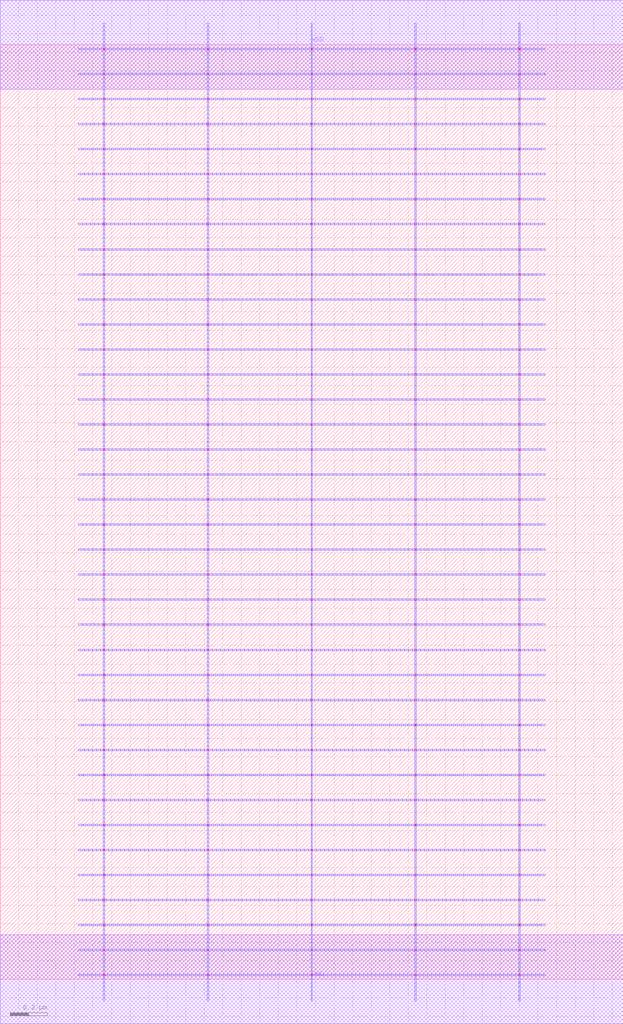
<source format=lef>
MACRO NOR2
 CLASS CORE ;
 FOREIGN NOR2 0 0 ;
 SIZE 3.36 BY 5.04 ;
 ORIGIN 0 0 ;
 SYMMETRY X Y R90 ;
 SITE unit ;
  PIN VDD
   DIRECTION INOUT ;
   USE POWER ;
   SHAPE ABUTMENT ;
    PORT
     CLASS CORE ;
       LAYER met1 ;
        RECT 0.00000000 4.80000000 3.36000000 5.28000000 ;
    END
  END VDD

  PIN GND
   DIRECTION INOUT ;
   USE POWER ;
   SHAPE ABUTMENT ;
    PORT
     CLASS CORE ;
       LAYER met1 ;
        RECT 0.00000000 -0.24000000 3.36000000 0.24000000 ;
    END
  END GND

 OBS
    LAYER polycont ;
     RECT 1.11600000 2.58300000 1.12400000 2.59100000 ;
     RECT 2.23600000 2.58300000 2.24400000 2.59100000 ;
     RECT 1.11600000 2.98800000 1.12400000 2.99600000 ;
     RECT 2.23600000 2.98800000 2.24400000 2.99600000 ;

    LAYER pdiffc ;
     RECT 0.55600000 3.39300000 0.56400000 3.40100000 ;
     RECT 1.67600000 3.39300000 1.68400000 3.40100000 ;
     RECT 2.79600000 3.39300000 2.80400000 3.40100000 ;
     RECT 0.55600000 3.52800000 0.56400000 3.53600000 ;
     RECT 1.67600000 3.52800000 1.68400000 3.53600000 ;
     RECT 2.79600000 3.52800000 2.80400000 3.53600000 ;
     RECT 0.55600000 3.66300000 0.56400000 3.67100000 ;
     RECT 1.67600000 3.66300000 1.68400000 3.67100000 ;
     RECT 2.79600000 3.66300000 2.80400000 3.67100000 ;
     RECT 0.55600000 3.79800000 0.56400000 3.80600000 ;
     RECT 1.67600000 3.79800000 1.68400000 3.80600000 ;
     RECT 2.79600000 3.79800000 2.80400000 3.80600000 ;
     RECT 0.55600000 3.93300000 0.56400000 3.94100000 ;
     RECT 1.67600000 3.93300000 1.68400000 3.94100000 ;
     RECT 2.79600000 3.93300000 2.80400000 3.94100000 ;
     RECT 0.55600000 4.06800000 0.56400000 4.07600000 ;
     RECT 1.67600000 4.06800000 1.68400000 4.07600000 ;
     RECT 2.79600000 4.06800000 2.80400000 4.07600000 ;
     RECT 0.55600000 4.20300000 0.56400000 4.21100000 ;
     RECT 1.67600000 4.20300000 1.68400000 4.21100000 ;
     RECT 2.79600000 4.20300000 2.80400000 4.21100000 ;
     RECT 0.55600000 4.33800000 0.56400000 4.34600000 ;
     RECT 1.67600000 4.33800000 1.68400000 4.34600000 ;
     RECT 2.79600000 4.33800000 2.80400000 4.34600000 ;
     RECT 0.55600000 4.47300000 0.56400000 4.48100000 ;
     RECT 1.67600000 4.47300000 1.68400000 4.48100000 ;
     RECT 2.79600000 4.47300000 2.80400000 4.48100000 ;
     RECT 0.55600000 4.60800000 0.56400000 4.61600000 ;
     RECT 1.67600000 4.60800000 1.68400000 4.61600000 ;
     RECT 2.79600000 4.60800000 2.80400000 4.61600000 ;

    LAYER ndiffc ;
     RECT 0.55600000 0.42300000 0.56400000 0.43100000 ;
     RECT 1.67600000 0.42300000 1.68400000 0.43100000 ;
     RECT 2.79600000 0.42300000 2.80400000 0.43100000 ;
     RECT 0.55600000 0.55800000 0.56400000 0.56600000 ;
     RECT 1.67600000 0.55800000 1.68400000 0.56600000 ;
     RECT 2.79600000 0.55800000 2.80400000 0.56600000 ;
     RECT 0.55600000 0.69300000 0.56400000 0.70100000 ;
     RECT 1.67600000 0.69300000 1.68400000 0.70100000 ;
     RECT 2.79600000 0.69300000 2.80400000 0.70100000 ;
     RECT 0.55600000 0.82800000 0.56400000 0.83600000 ;
     RECT 1.67600000 0.82800000 1.68400000 0.83600000 ;
     RECT 2.79600000 0.82800000 2.80400000 0.83600000 ;
     RECT 0.55600000 0.96300000 0.56400000 0.97100000 ;
     RECT 1.67600000 0.96300000 1.68400000 0.97100000 ;
     RECT 2.79600000 0.96300000 2.80400000 0.97100000 ;
     RECT 0.55600000 1.09800000 0.56400000 1.10600000 ;
     RECT 1.67600000 1.09800000 1.68400000 1.10600000 ;
     RECT 2.79600000 1.09800000 2.80400000 1.10600000 ;
     RECT 0.55600000 1.23300000 0.56400000 1.24100000 ;
     RECT 1.67600000 1.23300000 1.68400000 1.24100000 ;
     RECT 2.79600000 1.23300000 2.80400000 1.24100000 ;
     RECT 0.55600000 1.36800000 0.56400000 1.37600000 ;
     RECT 1.67600000 1.36800000 1.68400000 1.37600000 ;
     RECT 2.79600000 1.36800000 2.80400000 1.37600000 ;
     RECT 0.55600000 1.50300000 0.56400000 1.51100000 ;
     RECT 1.67600000 1.50300000 1.68400000 1.51100000 ;
     RECT 2.79600000 1.50300000 2.80400000 1.51100000 ;
     RECT 0.55600000 1.63800000 0.56400000 1.64600000 ;
     RECT 1.67600000 1.63800000 1.68400000 1.64600000 ;
     RECT 2.79600000 1.63800000 2.80400000 1.64600000 ;
     RECT 0.55600000 1.77300000 0.56400000 1.78100000 ;
     RECT 1.67600000 1.77300000 1.68400000 1.78100000 ;
     RECT 2.79600000 1.77300000 2.80400000 1.78100000 ;
     RECT 0.55600000 1.90800000 0.56400000 1.91600000 ;
     RECT 1.67600000 1.90800000 1.68400000 1.91600000 ;
     RECT 2.79600000 1.90800000 2.80400000 1.91600000 ;
     RECT 0.55600000 2.04300000 0.56400000 2.05100000 ;
     RECT 1.67600000 2.04300000 1.68400000 2.05100000 ;
     RECT 2.79600000 2.04300000 2.80400000 2.05100000 ;

    LAYER met1 ;
     RECT 0.00000000 -0.24000000 3.36000000 0.24000000 ;
     RECT 1.67600000 0.24000000 1.68400000 0.28800000 ;
     RECT 0.44500000 0.28800000 2.91500000 0.29600000 ;
     RECT 1.67600000 0.29600000 1.68400000 0.42300000 ;
     RECT 0.44500000 0.42300000 2.91500000 0.43100000 ;
     RECT 1.67600000 0.43100000 1.68400000 0.55800000 ;
     RECT 0.44500000 0.55800000 2.91500000 0.56600000 ;
     RECT 1.67600000 0.56600000 1.68400000 0.69300000 ;
     RECT 0.44500000 0.69300000 2.91500000 0.70100000 ;
     RECT 1.67600000 0.70100000 1.68400000 0.82800000 ;
     RECT 0.44500000 0.82800000 2.91500000 0.83600000 ;
     RECT 1.67600000 0.83600000 1.68400000 0.96300000 ;
     RECT 0.44500000 0.96300000 2.91500000 0.97100000 ;
     RECT 1.67600000 0.97100000 1.68400000 1.09800000 ;
     RECT 0.44500000 1.09800000 2.91500000 1.10600000 ;
     RECT 1.67600000 1.10600000 1.68400000 1.23300000 ;
     RECT 0.44500000 1.23300000 2.91500000 1.24100000 ;
     RECT 1.67600000 1.24100000 1.68400000 1.36800000 ;
     RECT 0.44500000 1.36800000 2.91500000 1.37600000 ;
     RECT 1.67600000 1.37600000 1.68400000 1.50300000 ;
     RECT 0.44500000 1.50300000 2.91500000 1.51100000 ;
     RECT 1.67600000 1.51100000 1.68400000 1.63800000 ;
     RECT 0.44500000 1.63800000 2.91500000 1.64600000 ;
     RECT 1.67600000 1.64600000 1.68400000 1.77300000 ;
     RECT 0.44500000 1.77300000 2.91500000 1.78100000 ;
     RECT 1.67600000 1.78100000 1.68400000 1.90800000 ;
     RECT 0.44500000 1.90800000 2.91500000 1.91600000 ;
     RECT 1.67600000 1.91600000 1.68400000 2.04300000 ;
     RECT 0.44500000 2.04300000 2.91500000 2.05100000 ;
     RECT 1.67600000 2.05100000 1.68400000 2.17800000 ;
     RECT 0.44500000 2.17800000 2.91500000 2.18600000 ;
     RECT 1.67600000 2.18600000 1.68400000 2.31300000 ;
     RECT 0.44500000 2.31300000 2.91500000 2.32100000 ;
     RECT 1.67600000 2.32100000 1.68400000 2.44800000 ;
     RECT 0.44500000 2.44800000 2.91500000 2.45600000 ;
     RECT 0.55600000 2.45600000 0.56400000 2.58300000 ;
     RECT 1.11600000 2.45600000 1.12400000 2.58300000 ;
     RECT 1.67600000 2.45600000 1.68400000 2.58300000 ;
     RECT 2.23600000 2.45600000 2.24400000 2.58300000 ;
     RECT 2.79600000 2.45600000 2.80400000 2.58300000 ;
     RECT 0.44500000 2.58300000 2.91500000 2.59100000 ;
     RECT 1.67600000 2.59100000 1.68400000 2.71800000 ;
     RECT 0.44500000 2.71800000 2.91500000 2.72600000 ;
     RECT 1.67600000 2.72600000 1.68400000 2.85300000 ;
     RECT 0.44500000 2.85300000 2.91500000 2.86100000 ;
     RECT 1.67600000 2.86100000 1.68400000 2.98800000 ;
     RECT 0.44500000 2.98800000 2.91500000 2.99600000 ;
     RECT 1.67600000 2.99600000 1.68400000 3.12300000 ;
     RECT 0.44500000 3.12300000 2.91500000 3.13100000 ;
     RECT 1.67600000 3.13100000 1.68400000 3.25800000 ;
     RECT 0.44500000 3.25800000 2.91500000 3.26600000 ;
     RECT 1.67600000 3.26600000 1.68400000 3.39300000 ;
     RECT 0.44500000 3.39300000 2.91500000 3.40100000 ;
     RECT 1.67600000 3.40100000 1.68400000 3.52800000 ;
     RECT 0.44500000 3.52800000 2.91500000 3.53600000 ;
     RECT 1.67600000 3.53600000 1.68400000 3.66300000 ;
     RECT 0.44500000 3.66300000 2.91500000 3.67100000 ;
     RECT 1.67600000 3.67100000 1.68400000 3.79800000 ;
     RECT 0.44500000 3.79800000 2.91500000 3.80600000 ;
     RECT 1.67600000 3.80600000 1.68400000 3.93300000 ;
     RECT 0.44500000 3.93300000 2.91500000 3.94100000 ;
     RECT 1.67600000 3.94100000 1.68400000 4.06800000 ;
     RECT 0.44500000 4.06800000 2.91500000 4.07600000 ;
     RECT 1.67600000 4.07600000 1.68400000 4.20300000 ;
     RECT 0.44500000 4.20300000 2.91500000 4.21100000 ;
     RECT 1.67600000 4.21100000 1.68400000 4.33800000 ;
     RECT 0.44500000 4.33800000 2.91500000 4.34600000 ;
     RECT 1.67600000 4.34600000 1.68400000 4.47300000 ;
     RECT 0.44500000 4.47300000 2.91500000 4.48100000 ;
     RECT 1.67600000 4.48100000 1.68400000 4.60800000 ;
     RECT 0.44500000 4.60800000 2.91500000 4.61600000 ;
     RECT 1.67600000 4.61600000 1.68400000 4.74300000 ;
     RECT 0.44500000 4.74300000 2.91500000 4.75100000 ;
     RECT 1.67600000 4.75100000 1.68400000 4.80000000 ;
     RECT 0.00000000 4.80000000 3.36000000 5.28000000 ;
     RECT 2.79600000 3.67100000 2.80400000 3.79800000 ;
     RECT 2.23600000 3.13100000 2.24400000 3.25800000 ;
     RECT 2.79600000 3.13100000 2.80400000 3.25800000 ;
     RECT 2.23600000 3.80600000 2.24400000 3.93300000 ;
     RECT 2.79600000 3.80600000 2.80400000 3.93300000 ;
     RECT 2.23600000 2.86100000 2.24400000 2.98800000 ;
     RECT 2.79600000 2.86100000 2.80400000 2.98800000 ;
     RECT 2.23600000 3.94100000 2.24400000 4.06800000 ;
     RECT 2.79600000 3.94100000 2.80400000 4.06800000 ;
     RECT 2.23600000 3.26600000 2.24400000 3.39300000 ;
     RECT 2.79600000 3.26600000 2.80400000 3.39300000 ;
     RECT 2.23600000 4.07600000 2.24400000 4.20300000 ;
     RECT 2.79600000 4.07600000 2.80400000 4.20300000 ;
     RECT 2.23600000 2.72600000 2.24400000 2.85300000 ;
     RECT 2.79600000 2.72600000 2.80400000 2.85300000 ;
     RECT 2.23600000 4.21100000 2.24400000 4.33800000 ;
     RECT 2.79600000 4.21100000 2.80400000 4.33800000 ;
     RECT 2.23600000 3.40100000 2.24400000 3.52800000 ;
     RECT 2.79600000 3.40100000 2.80400000 3.52800000 ;
     RECT 2.23600000 4.34600000 2.24400000 4.47300000 ;
     RECT 2.79600000 4.34600000 2.80400000 4.47300000 ;
     RECT 2.23600000 2.99600000 2.24400000 3.12300000 ;
     RECT 2.79600000 2.99600000 2.80400000 3.12300000 ;
     RECT 2.23600000 4.48100000 2.24400000 4.60800000 ;
     RECT 2.79600000 4.48100000 2.80400000 4.60800000 ;
     RECT 2.23600000 3.53600000 2.24400000 3.66300000 ;
     RECT 2.79600000 3.53600000 2.80400000 3.66300000 ;
     RECT 2.23600000 4.61600000 2.24400000 4.74300000 ;
     RECT 2.79600000 4.61600000 2.80400000 4.74300000 ;
     RECT 2.23600000 2.59100000 2.24400000 2.71800000 ;
     RECT 2.79600000 2.59100000 2.80400000 2.71800000 ;
     RECT 2.23600000 4.75100000 2.24400000 4.80000000 ;
     RECT 2.79600000 4.75100000 2.80400000 4.80000000 ;
     RECT 2.23600000 3.67100000 2.24400000 3.79800000 ;
     RECT 0.55600000 2.99600000 0.56400000 3.12300000 ;
     RECT 1.11600000 2.99600000 1.12400000 3.12300000 ;
     RECT 0.55600000 3.26600000 0.56400000 3.39300000 ;
     RECT 1.11600000 3.26600000 1.12400000 3.39300000 ;
     RECT 0.55600000 4.21100000 0.56400000 4.33800000 ;
     RECT 1.11600000 4.21100000 1.12400000 4.33800000 ;
     RECT 0.55600000 3.67100000 0.56400000 3.79800000 ;
     RECT 1.11600000 3.67100000 1.12400000 3.79800000 ;
     RECT 0.55600000 2.86100000 0.56400000 2.98800000 ;
     RECT 1.11600000 2.86100000 1.12400000 2.98800000 ;
     RECT 0.55600000 4.34600000 0.56400000 4.47300000 ;
     RECT 1.11600000 4.34600000 1.12400000 4.47300000 ;
     RECT 0.55600000 2.59100000 0.56400000 2.71800000 ;
     RECT 1.11600000 2.59100000 1.12400000 2.71800000 ;
     RECT 0.55600000 3.80600000 0.56400000 3.93300000 ;
     RECT 1.11600000 3.80600000 1.12400000 3.93300000 ;
     RECT 0.55600000 4.48100000 0.56400000 4.60800000 ;
     RECT 1.11600000 4.48100000 1.12400000 4.60800000 ;
     RECT 0.55600000 3.40100000 0.56400000 3.52800000 ;
     RECT 1.11600000 3.40100000 1.12400000 3.52800000 ;
     RECT 0.55600000 3.13100000 0.56400000 3.25800000 ;
     RECT 1.11600000 3.13100000 1.12400000 3.25800000 ;
     RECT 0.55600000 4.61600000 0.56400000 4.74300000 ;
     RECT 1.11600000 4.61600000 1.12400000 4.74300000 ;
     RECT 0.55600000 3.94100000 0.56400000 4.06800000 ;
     RECT 1.11600000 3.94100000 1.12400000 4.06800000 ;
     RECT 0.55600000 2.72600000 0.56400000 2.85300000 ;
     RECT 1.11600000 2.72600000 1.12400000 2.85300000 ;
     RECT 0.55600000 4.75100000 0.56400000 4.80000000 ;
     RECT 1.11600000 4.75100000 1.12400000 4.80000000 ;
     RECT 0.55600000 3.53600000 0.56400000 3.66300000 ;
     RECT 1.11600000 3.53600000 1.12400000 3.66300000 ;
     RECT 0.55600000 4.07600000 0.56400000 4.20300000 ;
     RECT 1.11600000 4.07600000 1.12400000 4.20300000 ;
     RECT 0.55600000 1.51100000 0.56400000 1.63800000 ;
     RECT 1.11600000 1.51100000 1.12400000 1.63800000 ;
     RECT 0.55600000 0.83600000 0.56400000 0.96300000 ;
     RECT 1.11600000 0.83600000 1.12400000 0.96300000 ;
     RECT 0.55600000 1.64600000 0.56400000 1.77300000 ;
     RECT 1.11600000 1.64600000 1.12400000 1.77300000 ;
     RECT 0.55600000 0.29600000 0.56400000 0.42300000 ;
     RECT 1.11600000 0.29600000 1.12400000 0.42300000 ;
     RECT 0.55600000 1.78100000 0.56400000 1.90800000 ;
     RECT 1.11600000 1.78100000 1.12400000 1.90800000 ;
     RECT 0.55600000 0.97100000 0.56400000 1.09800000 ;
     RECT 1.11600000 0.97100000 1.12400000 1.09800000 ;
     RECT 0.55600000 1.91600000 0.56400000 2.04300000 ;
     RECT 1.11600000 1.91600000 1.12400000 2.04300000 ;
     RECT 0.55600000 0.56600000 0.56400000 0.69300000 ;
     RECT 1.11600000 0.56600000 1.12400000 0.69300000 ;
     RECT 0.55600000 2.05100000 0.56400000 2.17800000 ;
     RECT 1.11600000 2.05100000 1.12400000 2.17800000 ;
     RECT 0.55600000 1.10600000 0.56400000 1.23300000 ;
     RECT 1.11600000 1.10600000 1.12400000 1.23300000 ;
     RECT 0.55600000 2.18600000 0.56400000 2.31300000 ;
     RECT 1.11600000 2.18600000 1.12400000 2.31300000 ;
     RECT 0.55600000 0.24000000 0.56400000 0.28800000 ;
     RECT 1.11600000 0.24000000 1.12400000 0.28800000 ;
     RECT 0.55600000 2.32100000 0.56400000 2.44800000 ;
     RECT 1.11600000 2.32100000 1.12400000 2.44800000 ;
     RECT 0.55600000 1.24100000 0.56400000 1.36800000 ;
     RECT 1.11600000 1.24100000 1.12400000 1.36800000 ;
     RECT 0.55600000 0.70100000 0.56400000 0.82800000 ;
     RECT 1.11600000 0.70100000 1.12400000 0.82800000 ;
     RECT 0.55600000 1.37600000 0.56400000 1.50300000 ;
     RECT 1.11600000 1.37600000 1.12400000 1.50300000 ;
     RECT 0.55600000 0.43100000 0.56400000 0.55800000 ;
     RECT 1.11600000 0.43100000 1.12400000 0.55800000 ;
     RECT 2.79600000 0.83600000 2.80400000 0.96300000 ;
     RECT 2.23600000 1.78100000 2.24400000 1.90800000 ;
     RECT 2.79600000 1.78100000 2.80400000 1.90800000 ;
     RECT 2.23600000 1.24100000 2.24400000 1.36800000 ;
     RECT 2.79600000 1.24100000 2.80400000 1.36800000 ;
     RECT 2.23600000 0.43100000 2.24400000 0.55800000 ;
     RECT 2.79600000 0.43100000 2.80400000 0.55800000 ;
     RECT 2.23600000 1.91600000 2.24400000 2.04300000 ;
     RECT 2.79600000 1.91600000 2.80400000 2.04300000 ;
     RECT 2.23600000 0.24000000 2.24400000 0.28800000 ;
     RECT 2.79600000 0.24000000 2.80400000 0.28800000 ;
     RECT 2.23600000 1.37600000 2.24400000 1.50300000 ;
     RECT 2.79600000 1.37600000 2.80400000 1.50300000 ;
     RECT 2.23600000 2.05100000 2.24400000 2.17800000 ;
     RECT 2.79600000 2.05100000 2.80400000 2.17800000 ;
     RECT 2.23600000 0.97100000 2.24400000 1.09800000 ;
     RECT 2.79600000 0.97100000 2.80400000 1.09800000 ;
     RECT 2.23600000 0.70100000 2.24400000 0.82800000 ;
     RECT 2.79600000 0.70100000 2.80400000 0.82800000 ;
     RECT 2.23600000 2.18600000 2.24400000 2.31300000 ;
     RECT 2.79600000 2.18600000 2.80400000 2.31300000 ;
     RECT 2.23600000 1.51100000 2.24400000 1.63800000 ;
     RECT 2.79600000 1.51100000 2.80400000 1.63800000 ;
     RECT 2.23600000 0.29600000 2.24400000 0.42300000 ;
     RECT 2.79600000 0.29600000 2.80400000 0.42300000 ;
     RECT 2.23600000 2.32100000 2.24400000 2.44800000 ;
     RECT 2.79600000 2.32100000 2.80400000 2.44800000 ;
     RECT 2.23600000 1.10600000 2.24400000 1.23300000 ;
     RECT 2.79600000 1.10600000 2.80400000 1.23300000 ;
     RECT 2.23600000 1.64600000 2.24400000 1.77300000 ;
     RECT 2.79600000 1.64600000 2.80400000 1.77300000 ;
     RECT 2.23600000 0.56600000 2.24400000 0.69300000 ;
     RECT 2.79600000 0.56600000 2.80400000 0.69300000 ;
     RECT 2.23600000 0.83600000 2.24400000 0.96300000 ;

    LAYER via1 ;
     RECT 1.67600000 0.01800000 1.68400000 0.02600000 ;
     RECT 1.67600000 0.15300000 1.68400000 0.16100000 ;
     RECT 1.67600000 0.28800000 1.68400000 0.29600000 ;
     RECT 1.67600000 0.42300000 1.68400000 0.43100000 ;
     RECT 1.67600000 0.55800000 1.68400000 0.56600000 ;
     RECT 1.67600000 0.69300000 1.68400000 0.70100000 ;
     RECT 1.67600000 0.82800000 1.68400000 0.83600000 ;
     RECT 1.67600000 0.96300000 1.68400000 0.97100000 ;
     RECT 1.67600000 1.09800000 1.68400000 1.10600000 ;
     RECT 1.67600000 1.23300000 1.68400000 1.24100000 ;
     RECT 1.67600000 1.36800000 1.68400000 1.37600000 ;
     RECT 1.67600000 1.50300000 1.68400000 1.51100000 ;
     RECT 1.67600000 1.63800000 1.68400000 1.64600000 ;
     RECT 1.67600000 1.77300000 1.68400000 1.78100000 ;
     RECT 1.67600000 1.90800000 1.68400000 1.91600000 ;
     RECT 1.67600000 2.04300000 1.68400000 2.05100000 ;
     RECT 1.67600000 2.17800000 1.68400000 2.18600000 ;
     RECT 1.67600000 2.31300000 1.68400000 2.32100000 ;
     RECT 1.67600000 2.44800000 1.68400000 2.45600000 ;
     RECT 1.67600000 2.58300000 1.68400000 2.59100000 ;
     RECT 1.67600000 2.71800000 1.68400000 2.72600000 ;
     RECT 1.67600000 2.85300000 1.68400000 2.86100000 ;
     RECT 1.67600000 2.98800000 1.68400000 2.99600000 ;
     RECT 1.67600000 3.12300000 1.68400000 3.13100000 ;
     RECT 1.67600000 3.25800000 1.68400000 3.26600000 ;
     RECT 1.67600000 3.39300000 1.68400000 3.40100000 ;
     RECT 1.67600000 3.52800000 1.68400000 3.53600000 ;
     RECT 1.67600000 3.66300000 1.68400000 3.67100000 ;
     RECT 1.67600000 3.79800000 1.68400000 3.80600000 ;
     RECT 1.67600000 3.93300000 1.68400000 3.94100000 ;
     RECT 1.67600000 4.06800000 1.68400000 4.07600000 ;
     RECT 1.67600000 4.20300000 1.68400000 4.21100000 ;
     RECT 1.67600000 4.33800000 1.68400000 4.34600000 ;
     RECT 1.67600000 4.47300000 1.68400000 4.48100000 ;
     RECT 1.67600000 4.60800000 1.68400000 4.61600000 ;
     RECT 1.67600000 4.74300000 1.68400000 4.75100000 ;
     RECT 1.67600000 4.87800000 1.68400000 4.88600000 ;
     RECT 1.67600000 5.01300000 1.68400000 5.02100000 ;
     RECT 2.23600000 3.39300000 2.24400000 3.40100000 ;
     RECT 2.79600000 3.39300000 2.80400000 3.40100000 ;
     RECT 2.23600000 2.85300000 2.24400000 2.86100000 ;
     RECT 2.23600000 3.52800000 2.24400000 3.53600000 ;
     RECT 2.79600000 3.52800000 2.80400000 3.53600000 ;
     RECT 2.79600000 2.85300000 2.80400000 2.86100000 ;
     RECT 2.23600000 3.66300000 2.24400000 3.67100000 ;
     RECT 2.79600000 3.66300000 2.80400000 3.67100000 ;
     RECT 2.23600000 2.58300000 2.24400000 2.59100000 ;
     RECT 2.23600000 3.79800000 2.24400000 3.80600000 ;
     RECT 2.79600000 3.79800000 2.80400000 3.80600000 ;
     RECT 2.23600000 2.98800000 2.24400000 2.99600000 ;
     RECT 2.23600000 3.93300000 2.24400000 3.94100000 ;
     RECT 2.79600000 3.93300000 2.80400000 3.94100000 ;
     RECT 2.79600000 2.98800000 2.80400000 2.99600000 ;
     RECT 2.23600000 4.06800000 2.24400000 4.07600000 ;
     RECT 2.79600000 4.06800000 2.80400000 4.07600000 ;
     RECT 2.23600000 2.71800000 2.24400000 2.72600000 ;
     RECT 2.23600000 4.20300000 2.24400000 4.21100000 ;
     RECT 2.79600000 4.20300000 2.80400000 4.21100000 ;
     RECT 2.23600000 3.12300000 2.24400000 3.13100000 ;
     RECT 2.23600000 4.33800000 2.24400000 4.34600000 ;
     RECT 2.79600000 4.33800000 2.80400000 4.34600000 ;
     RECT 2.79600000 3.12300000 2.80400000 3.13100000 ;
     RECT 2.23600000 4.47300000 2.24400000 4.48100000 ;
     RECT 2.79600000 4.47300000 2.80400000 4.48100000 ;
     RECT 2.79600000 2.71800000 2.80400000 2.72600000 ;
     RECT 2.23600000 4.60800000 2.24400000 4.61600000 ;
     RECT 2.79600000 4.60800000 2.80400000 4.61600000 ;
     RECT 2.23600000 3.25800000 2.24400000 3.26600000 ;
     RECT 2.23600000 4.74300000 2.24400000 4.75100000 ;
     RECT 2.79600000 4.74300000 2.80400000 4.75100000 ;
     RECT 2.79600000 3.25800000 2.80400000 3.26600000 ;
     RECT 2.23600000 4.87800000 2.24400000 4.88600000 ;
     RECT 2.79600000 4.87800000 2.80400000 4.88600000 ;
     RECT 2.79600000 2.58300000 2.80400000 2.59100000 ;
     RECT 2.23600000 5.01300000 2.24400000 5.02100000 ;
     RECT 2.79600000 5.01300000 2.80400000 5.02100000 ;
     RECT 1.11600000 2.85300000 1.12400000 2.86100000 ;
     RECT 0.55600000 3.12300000 0.56400000 3.13100000 ;
     RECT 0.55600000 3.52800000 0.56400000 3.53600000 ;
     RECT 0.55600000 4.20300000 0.56400000 4.21100000 ;
     RECT 1.11600000 4.20300000 1.12400000 4.21100000 ;
     RECT 1.11600000 3.52800000 1.12400000 3.53600000 ;
     RECT 1.11600000 3.12300000 1.12400000 3.13100000 ;
     RECT 1.11600000 2.71800000 1.12400000 2.72600000 ;
     RECT 0.55600000 4.33800000 0.56400000 4.34600000 ;
     RECT 1.11600000 4.33800000 1.12400000 4.34600000 ;
     RECT 1.11600000 2.58300000 1.12400000 2.59100000 ;
     RECT 0.55600000 3.66300000 0.56400000 3.67100000 ;
     RECT 1.11600000 3.66300000 1.12400000 3.67100000 ;
     RECT 0.55600000 4.47300000 0.56400000 4.48100000 ;
     RECT 1.11600000 4.47300000 1.12400000 4.48100000 ;
     RECT 0.55600000 2.58300000 0.56400000 2.59100000 ;
     RECT 0.55600000 3.25800000 0.56400000 3.26600000 ;
     RECT 1.11600000 3.25800000 1.12400000 3.26600000 ;
     RECT 0.55600000 4.60800000 0.56400000 4.61600000 ;
     RECT 1.11600000 4.60800000 1.12400000 4.61600000 ;
     RECT 0.55600000 3.79800000 0.56400000 3.80600000 ;
     RECT 1.11600000 3.79800000 1.12400000 3.80600000 ;
     RECT 0.55600000 2.98800000 0.56400000 2.99600000 ;
     RECT 0.55600000 4.74300000 0.56400000 4.75100000 ;
     RECT 1.11600000 4.74300000 1.12400000 4.75100000 ;
     RECT 1.11600000 2.98800000 1.12400000 2.99600000 ;
     RECT 0.55600000 2.71800000 0.56400000 2.72600000 ;
     RECT 0.55600000 3.93300000 0.56400000 3.94100000 ;
     RECT 0.55600000 4.87800000 0.56400000 4.88600000 ;
     RECT 1.11600000 4.87800000 1.12400000 4.88600000 ;
     RECT 1.11600000 3.93300000 1.12400000 3.94100000 ;
     RECT 0.55600000 3.39300000 0.56400000 3.40100000 ;
     RECT 1.11600000 3.39300000 1.12400000 3.40100000 ;
     RECT 0.55600000 5.01300000 0.56400000 5.02100000 ;
     RECT 1.11600000 5.01300000 1.12400000 5.02100000 ;
     RECT 0.55600000 2.85300000 0.56400000 2.86100000 ;
     RECT 0.55600000 4.06800000 0.56400000 4.07600000 ;
     RECT 1.11600000 4.06800000 1.12400000 4.07600000 ;
     RECT 0.55600000 0.55800000 0.56400000 0.56600000 ;
     RECT 0.55600000 1.77300000 0.56400000 1.78100000 ;
     RECT 1.11600000 1.77300000 1.12400000 1.78100000 ;
     RECT 1.11600000 0.55800000 1.12400000 0.56600000 ;
     RECT 0.55600000 1.90800000 0.56400000 1.91600000 ;
     RECT 1.11600000 1.90800000 1.12400000 1.91600000 ;
     RECT 1.11600000 0.15300000 1.12400000 0.16100000 ;
     RECT 0.55600000 2.04300000 0.56400000 2.05100000 ;
     RECT 1.11600000 2.04300000 1.12400000 2.05100000 ;
     RECT 0.55600000 0.69300000 0.56400000 0.70100000 ;
     RECT 0.55600000 2.17800000 0.56400000 2.18600000 ;
     RECT 1.11600000 2.17800000 1.12400000 2.18600000 ;
     RECT 1.11600000 0.69300000 1.12400000 0.70100000 ;
     RECT 0.55600000 2.31300000 0.56400000 2.32100000 ;
     RECT 1.11600000 2.31300000 1.12400000 2.32100000 ;
     RECT 1.11600000 0.01800000 1.12400000 0.02600000 ;
     RECT 0.55600000 2.44800000 0.56400000 2.45600000 ;
     RECT 1.11600000 2.44800000 1.12400000 2.45600000 ;
     RECT 0.55600000 0.82800000 0.56400000 0.83600000 ;
     RECT 1.11600000 0.82800000 1.12400000 0.83600000 ;
     RECT 0.55600000 0.28800000 0.56400000 0.29600000 ;
     RECT 0.55600000 0.96300000 0.56400000 0.97100000 ;
     RECT 1.11600000 0.96300000 1.12400000 0.97100000 ;
     RECT 1.11600000 0.28800000 1.12400000 0.29600000 ;
     RECT 0.55600000 1.09800000 0.56400000 1.10600000 ;
     RECT 1.11600000 1.09800000 1.12400000 1.10600000 ;
     RECT 0.55600000 0.01800000 0.56400000 0.02600000 ;
     RECT 0.55600000 1.23300000 0.56400000 1.24100000 ;
     RECT 1.11600000 1.23300000 1.12400000 1.24100000 ;
     RECT 0.55600000 0.42300000 0.56400000 0.43100000 ;
     RECT 0.55600000 1.36800000 0.56400000 1.37600000 ;
     RECT 1.11600000 1.36800000 1.12400000 1.37600000 ;
     RECT 1.11600000 0.42300000 1.12400000 0.43100000 ;
     RECT 0.55600000 1.50300000 0.56400000 1.51100000 ;
     RECT 1.11600000 1.50300000 1.12400000 1.51100000 ;
     RECT 0.55600000 0.15300000 0.56400000 0.16100000 ;
     RECT 0.55600000 1.63800000 0.56400000 1.64600000 ;
     RECT 1.11600000 1.63800000 1.12400000 1.64600000 ;
     RECT 2.23600000 0.69300000 2.24400000 0.70100000 ;
     RECT 2.79600000 0.69300000 2.80400000 0.70100000 ;
     RECT 2.23600000 2.04300000 2.24400000 2.05100000 ;
     RECT 2.79600000 2.04300000 2.80400000 2.05100000 ;
     RECT 2.23600000 1.23300000 2.24400000 1.24100000 ;
     RECT 2.79600000 1.23300000 2.80400000 1.24100000 ;
     RECT 2.23600000 0.42300000 2.24400000 0.43100000 ;
     RECT 2.23600000 2.17800000 2.24400000 2.18600000 ;
     RECT 2.79600000 2.17800000 2.80400000 2.18600000 ;
     RECT 2.79600000 0.42300000 2.80400000 0.43100000 ;
     RECT 2.23600000 0.15300000 2.24400000 0.16100000 ;
     RECT 2.23600000 1.36800000 2.24400000 1.37600000 ;
     RECT 2.23600000 2.31300000 2.24400000 2.32100000 ;
     RECT 2.79600000 2.31300000 2.80400000 2.32100000 ;
     RECT 2.79600000 1.36800000 2.80400000 1.37600000 ;
     RECT 2.23600000 0.82800000 2.24400000 0.83600000 ;
     RECT 2.79600000 0.82800000 2.80400000 0.83600000 ;
     RECT 2.23600000 2.44800000 2.24400000 2.45600000 ;
     RECT 2.79600000 2.44800000 2.80400000 2.45600000 ;
     RECT 2.23600000 0.28800000 2.24400000 0.29600000 ;
     RECT 2.23600000 1.50300000 2.24400000 1.51100000 ;
     RECT 2.79600000 1.50300000 2.80400000 1.51100000 ;
     RECT 2.79600000 0.28800000 2.80400000 0.29600000 ;
     RECT 2.23600000 0.55800000 2.24400000 0.56600000 ;
     RECT 2.23600000 0.96300000 2.24400000 0.97100000 ;
     RECT 2.23600000 1.63800000 2.24400000 1.64600000 ;
     RECT 2.79600000 1.63800000 2.80400000 1.64600000 ;
     RECT 2.79600000 0.96300000 2.80400000 0.97100000 ;
     RECT 2.79600000 0.55800000 2.80400000 0.56600000 ;
     RECT 2.79600000 0.15300000 2.80400000 0.16100000 ;
     RECT 2.23600000 1.77300000 2.24400000 1.78100000 ;
     RECT 2.79600000 1.77300000 2.80400000 1.78100000 ;
     RECT 2.79600000 0.01800000 2.80400000 0.02600000 ;
     RECT 2.23600000 1.09800000 2.24400000 1.10600000 ;
     RECT 2.79600000 1.09800000 2.80400000 1.10600000 ;
     RECT 2.23600000 1.90800000 2.24400000 1.91600000 ;
     RECT 2.79600000 1.90800000 2.80400000 1.91600000 ;
     RECT 2.23600000 0.01800000 2.24400000 0.02600000 ;

    LAYER met2 ;
     RECT 1.67600000 -0.11800000 1.68400000 0.01800000 ;
     RECT 0.42000000 0.01800000 2.94000000 0.02600000 ;
     RECT 1.67600000 0.02600000 1.68400000 0.15300000 ;
     RECT 0.42000000 0.15300000 2.94000000 0.16100000 ;
     RECT 1.67600000 0.16100000 1.68400000 0.28800000 ;
     RECT 0.42000000 0.28800000 2.94000000 0.29600000 ;
     RECT 1.67600000 0.29600000 1.68400000 0.42300000 ;
     RECT 0.42000000 0.42300000 2.94000000 0.43100000 ;
     RECT 1.67600000 0.43100000 1.68400000 0.55800000 ;
     RECT 0.42000000 0.55800000 2.94000000 0.56600000 ;
     RECT 1.67600000 0.56600000 1.68400000 0.69300000 ;
     RECT 0.42000000 0.69300000 2.94000000 0.70100000 ;
     RECT 1.67600000 0.70100000 1.68400000 0.82800000 ;
     RECT 0.42000000 0.82800000 2.94000000 0.83600000 ;
     RECT 1.67600000 0.83600000 1.68400000 0.96300000 ;
     RECT 0.42000000 0.96300000 2.94000000 0.97100000 ;
     RECT 1.67600000 0.97100000 1.68400000 1.09800000 ;
     RECT 0.42000000 1.09800000 2.94000000 1.10600000 ;
     RECT 1.67600000 1.10600000 1.68400000 1.23300000 ;
     RECT 0.42000000 1.23300000 2.94000000 1.24100000 ;
     RECT 1.67600000 1.24100000 1.68400000 1.36800000 ;
     RECT 0.42000000 1.36800000 2.94000000 1.37600000 ;
     RECT 1.67600000 1.37600000 1.68400000 1.50300000 ;
     RECT 0.42000000 1.50300000 2.94000000 1.51100000 ;
     RECT 1.67600000 1.51100000 1.68400000 1.63800000 ;
     RECT 0.42000000 1.63800000 2.94000000 1.64600000 ;
     RECT 1.67600000 1.64600000 1.68400000 1.77300000 ;
     RECT 0.42000000 1.77300000 2.94000000 1.78100000 ;
     RECT 1.67600000 1.78100000 1.68400000 1.90800000 ;
     RECT 0.42000000 1.90800000 2.94000000 1.91600000 ;
     RECT 1.67600000 1.91600000 1.68400000 2.04300000 ;
     RECT 0.42000000 2.04300000 2.94000000 2.05100000 ;
     RECT 1.67600000 2.05100000 1.68400000 2.17800000 ;
     RECT 0.42000000 2.17800000 2.94000000 2.18600000 ;
     RECT 1.67600000 2.18600000 1.68400000 2.31300000 ;
     RECT 0.42000000 2.31300000 2.94000000 2.32100000 ;
     RECT 1.67600000 2.32100000 1.68400000 2.44800000 ;
     RECT 0.42000000 2.44800000 2.94000000 2.45600000 ;
     RECT 0.55600000 2.45600000 0.56400000 2.58300000 ;
     RECT 1.11600000 2.45600000 1.12400000 2.58300000 ;
     RECT 1.67600000 2.45600000 1.68400000 2.58300000 ;
     RECT 2.23600000 2.45600000 2.24400000 2.58300000 ;
     RECT 2.79600000 2.45600000 2.80400000 2.58300000 ;
     RECT 0.42000000 2.58300000 2.94000000 2.59100000 ;
     RECT 1.67600000 2.59100000 1.68400000 2.71800000 ;
     RECT 0.42000000 2.71800000 2.94000000 2.72600000 ;
     RECT 1.67600000 2.72600000 1.68400000 2.85300000 ;
     RECT 0.42000000 2.85300000 2.94000000 2.86100000 ;
     RECT 1.67600000 2.86100000 1.68400000 2.98800000 ;
     RECT 0.42000000 2.98800000 2.94000000 2.99600000 ;
     RECT 1.67600000 2.99600000 1.68400000 3.12300000 ;
     RECT 0.42000000 3.12300000 2.94000000 3.13100000 ;
     RECT 1.67600000 3.13100000 1.68400000 3.25800000 ;
     RECT 0.42000000 3.25800000 2.94000000 3.26600000 ;
     RECT 1.67600000 3.26600000 1.68400000 3.39300000 ;
     RECT 0.42000000 3.39300000 2.94000000 3.40100000 ;
     RECT 1.67600000 3.40100000 1.68400000 3.52800000 ;
     RECT 0.42000000 3.52800000 2.94000000 3.53600000 ;
     RECT 1.67600000 3.53600000 1.68400000 3.66300000 ;
     RECT 0.42000000 3.66300000 2.94000000 3.67100000 ;
     RECT 1.67600000 3.67100000 1.68400000 3.79800000 ;
     RECT 0.42000000 3.79800000 2.94000000 3.80600000 ;
     RECT 1.67600000 3.80600000 1.68400000 3.93300000 ;
     RECT 0.42000000 3.93300000 2.94000000 3.94100000 ;
     RECT 1.67600000 3.94100000 1.68400000 4.06800000 ;
     RECT 0.42000000 4.06800000 2.94000000 4.07600000 ;
     RECT 1.67600000 4.07600000 1.68400000 4.20300000 ;
     RECT 0.42000000 4.20300000 2.94000000 4.21100000 ;
     RECT 1.67600000 4.21100000 1.68400000 4.33800000 ;
     RECT 0.42000000 4.33800000 2.94000000 4.34600000 ;
     RECT 1.67600000 4.34600000 1.68400000 4.47300000 ;
     RECT 0.42000000 4.47300000 2.94000000 4.48100000 ;
     RECT 1.67600000 4.48100000 1.68400000 4.60800000 ;
     RECT 0.42000000 4.60800000 2.94000000 4.61600000 ;
     RECT 1.67600000 4.61600000 1.68400000 4.74300000 ;
     RECT 0.42000000 4.74300000 2.94000000 4.75100000 ;
     RECT 1.67600000 4.75100000 1.68400000 4.87800000 ;
     RECT 0.42000000 4.87800000 2.94000000 4.88600000 ;
     RECT 1.67600000 4.88600000 1.68400000 5.01300000 ;
     RECT 0.42000000 5.01300000 2.94000000 5.02100000 ;
     RECT 1.67600000 5.02100000 1.68400000 5.15700000 ;
     RECT 2.23600000 3.80600000 2.24400000 3.93300000 ;
     RECT 2.79600000 3.80600000 2.80400000 3.93300000 ;
     RECT 2.23600000 2.86100000 2.24400000 2.98800000 ;
     RECT 2.79600000 2.86100000 2.80400000 2.98800000 ;
     RECT 2.23600000 3.94100000 2.24400000 4.06800000 ;
     RECT 2.79600000 3.94100000 2.80400000 4.06800000 ;
     RECT 2.23600000 3.26600000 2.24400000 3.39300000 ;
     RECT 2.79600000 3.26600000 2.80400000 3.39300000 ;
     RECT 2.23600000 4.07600000 2.24400000 4.20300000 ;
     RECT 2.79600000 4.07600000 2.80400000 4.20300000 ;
     RECT 2.23600000 2.72600000 2.24400000 2.85300000 ;
     RECT 2.79600000 2.72600000 2.80400000 2.85300000 ;
     RECT 2.23600000 4.21100000 2.24400000 4.33800000 ;
     RECT 2.79600000 4.21100000 2.80400000 4.33800000 ;
     RECT 2.23600000 3.40100000 2.24400000 3.52800000 ;
     RECT 2.79600000 3.40100000 2.80400000 3.52800000 ;
     RECT 2.23600000 4.34600000 2.24400000 4.47300000 ;
     RECT 2.79600000 4.34600000 2.80400000 4.47300000 ;
     RECT 2.23600000 2.99600000 2.24400000 3.12300000 ;
     RECT 2.79600000 2.99600000 2.80400000 3.12300000 ;
     RECT 2.23600000 4.48100000 2.24400000 4.60800000 ;
     RECT 2.79600000 4.48100000 2.80400000 4.60800000 ;
     RECT 2.23600000 3.53600000 2.24400000 3.66300000 ;
     RECT 2.79600000 3.53600000 2.80400000 3.66300000 ;
     RECT 2.23600000 4.61600000 2.24400000 4.74300000 ;
     RECT 2.79600000 4.61600000 2.80400000 4.74300000 ;
     RECT 2.23600000 2.59100000 2.24400000 2.71800000 ;
     RECT 2.79600000 2.59100000 2.80400000 2.71800000 ;
     RECT 2.23600000 4.75100000 2.24400000 4.87800000 ;
     RECT 2.79600000 4.75100000 2.80400000 4.87800000 ;
     RECT 2.23600000 3.67100000 2.24400000 3.79800000 ;
     RECT 2.79600000 3.67100000 2.80400000 3.79800000 ;
     RECT 2.23600000 4.88600000 2.24400000 5.01300000 ;
     RECT 2.79600000 4.88600000 2.80400000 5.01300000 ;
     RECT 2.23600000 3.13100000 2.24400000 3.25800000 ;
     RECT 2.79600000 3.13100000 2.80400000 3.25800000 ;
     RECT 2.23600000 5.02100000 2.24400000 5.15700000 ;
     RECT 2.79600000 5.02100000 2.80400000 5.15700000 ;
     RECT 1.11600000 3.67100000 1.12400000 3.79800000 ;
     RECT 0.55600000 2.86100000 0.56400000 2.98800000 ;
     RECT 1.11600000 2.86100000 1.12400000 2.98800000 ;
     RECT 0.55600000 4.34600000 0.56400000 4.47300000 ;
     RECT 1.11600000 4.34600000 1.12400000 4.47300000 ;
     RECT 0.55600000 2.59100000 0.56400000 2.71800000 ;
     RECT 1.11600000 2.59100000 1.12400000 2.71800000 ;
     RECT 0.55600000 3.80600000 0.56400000 3.93300000 ;
     RECT 1.11600000 3.80600000 1.12400000 3.93300000 ;
     RECT 0.55600000 4.48100000 0.56400000 4.60800000 ;
     RECT 1.11600000 4.48100000 1.12400000 4.60800000 ;
     RECT 0.55600000 3.40100000 0.56400000 3.52800000 ;
     RECT 1.11600000 3.40100000 1.12400000 3.52800000 ;
     RECT 0.55600000 3.13100000 0.56400000 3.25800000 ;
     RECT 1.11600000 3.13100000 1.12400000 3.25800000 ;
     RECT 0.55600000 4.61600000 0.56400000 4.74300000 ;
     RECT 1.11600000 4.61600000 1.12400000 4.74300000 ;
     RECT 0.55600000 3.94100000 0.56400000 4.06800000 ;
     RECT 1.11600000 3.94100000 1.12400000 4.06800000 ;
     RECT 0.55600000 2.72600000 0.56400000 2.85300000 ;
     RECT 1.11600000 2.72600000 1.12400000 2.85300000 ;
     RECT 0.55600000 4.75100000 0.56400000 4.87800000 ;
     RECT 1.11600000 4.75100000 1.12400000 4.87800000 ;
     RECT 0.55600000 3.53600000 0.56400000 3.66300000 ;
     RECT 1.11600000 3.53600000 1.12400000 3.66300000 ;
     RECT 0.55600000 4.07600000 0.56400000 4.20300000 ;
     RECT 1.11600000 4.07600000 1.12400000 4.20300000 ;
     RECT 0.55600000 4.88600000 0.56400000 5.01300000 ;
     RECT 1.11600000 4.88600000 1.12400000 5.01300000 ;
     RECT 0.55600000 2.99600000 0.56400000 3.12300000 ;
     RECT 1.11600000 2.99600000 1.12400000 3.12300000 ;
     RECT 0.55600000 3.26600000 0.56400000 3.39300000 ;
     RECT 1.11600000 3.26600000 1.12400000 3.39300000 ;
     RECT 0.55600000 5.02100000 0.56400000 5.15700000 ;
     RECT 1.11600000 5.02100000 1.12400000 5.15700000 ;
     RECT 0.55600000 4.21100000 0.56400000 4.33800000 ;
     RECT 1.11600000 4.21100000 1.12400000 4.33800000 ;
     RECT 0.55600000 3.67100000 0.56400000 3.79800000 ;
     RECT 1.11600000 0.56600000 1.12400000 0.69300000 ;
     RECT 0.55600000 1.37600000 0.56400000 1.50300000 ;
     RECT 1.11600000 1.37600000 1.12400000 1.50300000 ;
     RECT 0.55600000 0.02600000 0.56400000 0.15300000 ;
     RECT 1.11600000 0.02600000 1.12400000 0.15300000 ;
     RECT 0.55600000 1.51100000 0.56400000 1.63800000 ;
     RECT 1.11600000 1.51100000 1.12400000 1.63800000 ;
     RECT 0.55600000 0.70100000 0.56400000 0.82800000 ;
     RECT 1.11600000 0.70100000 1.12400000 0.82800000 ;
     RECT 0.55600000 1.64600000 0.56400000 1.77300000 ;
     RECT 1.11600000 1.64600000 1.12400000 1.77300000 ;
     RECT 0.55600000 0.29600000 0.56400000 0.42300000 ;
     RECT 1.11600000 0.29600000 1.12400000 0.42300000 ;
     RECT 0.55600000 1.78100000 0.56400000 1.90800000 ;
     RECT 1.11600000 1.78100000 1.12400000 1.90800000 ;
     RECT 0.55600000 0.83600000 0.56400000 0.96300000 ;
     RECT 1.11600000 0.83600000 1.12400000 0.96300000 ;
     RECT 0.55600000 1.91600000 0.56400000 2.04300000 ;
     RECT 1.11600000 1.91600000 1.12400000 2.04300000 ;
     RECT 0.55600000 -0.11800000 0.56400000 0.01800000 ;
     RECT 1.11600000 -0.11800000 1.12400000 0.01800000 ;
     RECT 0.55600000 2.05100000 0.56400000 2.17800000 ;
     RECT 1.11600000 2.05100000 1.12400000 2.17800000 ;
     RECT 0.55600000 0.97100000 0.56400000 1.09800000 ;
     RECT 1.11600000 0.97100000 1.12400000 1.09800000 ;
     RECT 0.55600000 2.18600000 0.56400000 2.31300000 ;
     RECT 1.11600000 2.18600000 1.12400000 2.31300000 ;
     RECT 0.55600000 0.43100000 0.56400000 0.55800000 ;
     RECT 1.11600000 0.43100000 1.12400000 0.55800000 ;
     RECT 0.55600000 2.32100000 0.56400000 2.44800000 ;
     RECT 1.11600000 2.32100000 1.12400000 2.44800000 ;
     RECT 0.55600000 1.10600000 0.56400000 1.23300000 ;
     RECT 1.11600000 1.10600000 1.12400000 1.23300000 ;
     RECT 0.55600000 0.16100000 0.56400000 0.28800000 ;
     RECT 1.11600000 0.16100000 1.12400000 0.28800000 ;
     RECT 0.55600000 1.24100000 0.56400000 1.36800000 ;
     RECT 1.11600000 1.24100000 1.12400000 1.36800000 ;
     RECT 0.55600000 0.56600000 0.56400000 0.69300000 ;
     RECT 2.23600000 1.64600000 2.24400000 1.77300000 ;
     RECT 2.79600000 1.64600000 2.80400000 1.77300000 ;
     RECT 2.23600000 -0.11800000 2.24400000 0.01800000 ;
     RECT 2.79600000 -0.11800000 2.80400000 0.01800000 ;
     RECT 2.23600000 1.10600000 2.24400000 1.23300000 ;
     RECT 2.79600000 1.10600000 2.80400000 1.23300000 ;
     RECT 2.23600000 1.78100000 2.24400000 1.90800000 ;
     RECT 2.79600000 1.78100000 2.80400000 1.90800000 ;
     RECT 2.23600000 0.70100000 2.24400000 0.82800000 ;
     RECT 2.79600000 0.70100000 2.80400000 0.82800000 ;
     RECT 2.23600000 0.43100000 2.24400000 0.55800000 ;
     RECT 2.79600000 0.43100000 2.80400000 0.55800000 ;
     RECT 2.23600000 1.91600000 2.24400000 2.04300000 ;
     RECT 2.79600000 1.91600000 2.80400000 2.04300000 ;
     RECT 2.23600000 1.24100000 2.24400000 1.36800000 ;
     RECT 2.79600000 1.24100000 2.80400000 1.36800000 ;
     RECT 2.23600000 0.02600000 2.24400000 0.15300000 ;
     RECT 2.79600000 0.02600000 2.80400000 0.15300000 ;
     RECT 2.23600000 2.05100000 2.24400000 2.17800000 ;
     RECT 2.79600000 2.05100000 2.80400000 2.17800000 ;
     RECT 2.23600000 0.83600000 2.24400000 0.96300000 ;
     RECT 2.79600000 0.83600000 2.80400000 0.96300000 ;
     RECT 2.23600000 1.37600000 2.24400000 1.50300000 ;
     RECT 2.79600000 1.37600000 2.80400000 1.50300000 ;
     RECT 2.23600000 2.18600000 2.24400000 2.31300000 ;
     RECT 2.79600000 2.18600000 2.80400000 2.31300000 ;
     RECT 2.23600000 0.29600000 2.24400000 0.42300000 ;
     RECT 2.79600000 0.29600000 2.80400000 0.42300000 ;
     RECT 2.23600000 0.56600000 2.24400000 0.69300000 ;
     RECT 2.79600000 0.56600000 2.80400000 0.69300000 ;
     RECT 2.23600000 2.32100000 2.24400000 2.44800000 ;
     RECT 2.79600000 2.32100000 2.80400000 2.44800000 ;
     RECT 2.23600000 1.51100000 2.24400000 1.63800000 ;
     RECT 2.79600000 1.51100000 2.80400000 1.63800000 ;
     RECT 2.23600000 0.97100000 2.24400000 1.09800000 ;
     RECT 2.79600000 0.97100000 2.80400000 1.09800000 ;
     RECT 2.23600000 0.16100000 2.24400000 0.28800000 ;
     RECT 2.79600000 0.16100000 2.80400000 0.28800000 ;

 END
END NOR2

</source>
